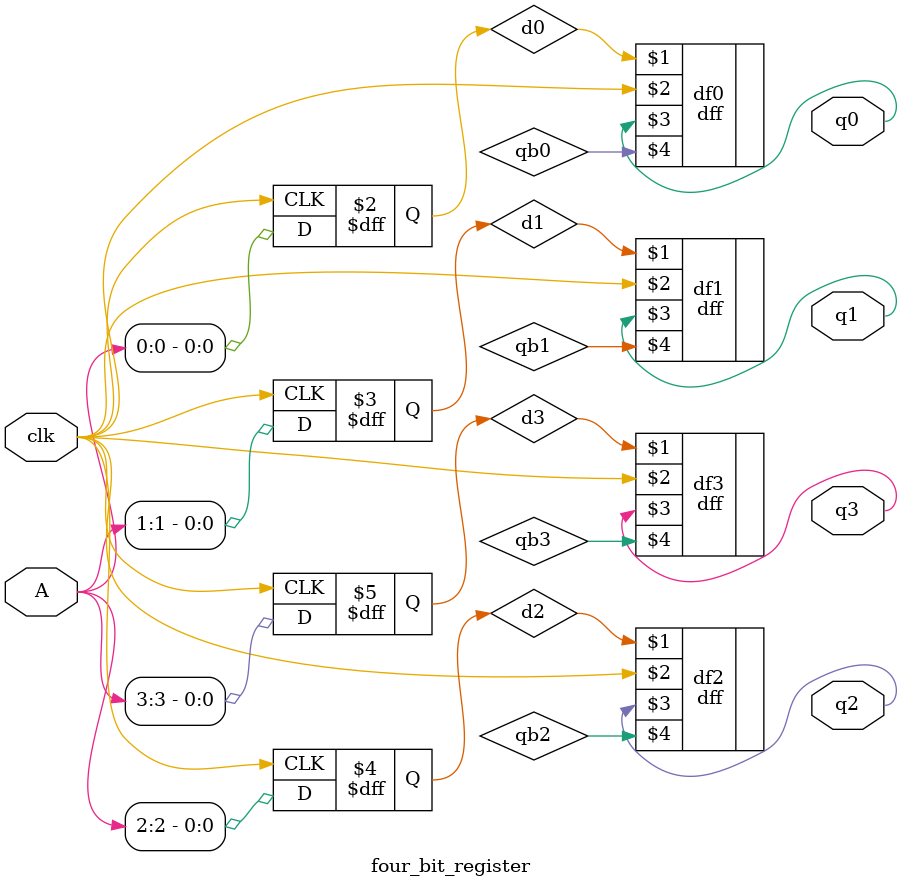
<source format=v>
module four_bit_register(A, clk,q0,q1,q2,q3);
input [0:3] A;
input clk;
output wire q0,q1,q2,q3;
wire qb0, qb1, qb2, qb3;
reg d0,d1,d2,d3;
dff df0(d0, clk, q0, qb0);
dff df1(d1, clk, q1, qb1);
dff df2(d2, clk, q2, qb2);
dff df3(d3, clk, q3, qb3);

always @ (posedge clk)
   if (clk)
      begin
       d0 = A[0];
       d1 = A[1];
       d2 = A[2];
       d3 = A[3];
      end
     endmodule

</source>
